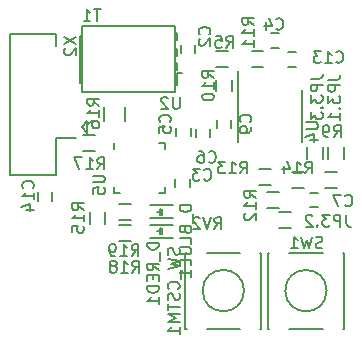
<source format=gbr>
G04 #@! TF.FileFunction,Legend,Bot*
%FSLAX46Y46*%
G04 Gerber Fmt 4.6, Leading zero omitted, Abs format (unit mm)*
G04 Created by KiCad (PCBNEW 4.0.1-2.fc23-product) date Wed 16 Mar 2016 04:27:10 PM CET*
%MOMM*%
G01*
G04 APERTURE LIST*
%ADD10C,0.100000*%
%ADD11C,0.150000*%
G04 APERTURE END LIST*
D10*
D11*
X167700000Y-92075000D02*
X168700000Y-92075000D01*
X168700000Y-90725000D02*
X167700000Y-90725000D01*
X164900000Y-91825000D02*
X165900000Y-91825000D01*
X165900000Y-90475000D02*
X164900000Y-90475000D01*
X159500000Y-80650000D02*
X159500000Y-79950000D01*
X158300000Y-79950000D02*
X158300000Y-80650000D01*
X167350000Y-81800000D02*
X168050000Y-81800000D01*
X168050000Y-80600000D02*
X167350000Y-80600000D01*
X165900000Y-80200000D02*
X166600000Y-80200000D01*
X166600000Y-79000000D02*
X165900000Y-79000000D01*
X169950000Y-92500000D02*
X169250000Y-92500000D01*
X169250000Y-93700000D02*
X169950000Y-93700000D01*
X157850000Y-91300000D02*
X157850000Y-92000000D01*
X159050000Y-92000000D02*
X159050000Y-91300000D01*
X157932228Y-87000000D02*
X157932228Y-87700000D01*
X159132228Y-87700000D02*
X159132228Y-87000000D01*
X160782228Y-87750000D02*
X160782228Y-87050000D01*
X159582228Y-87050000D02*
X159582228Y-87750000D01*
X162532228Y-87000000D02*
X162532228Y-86300000D01*
X161332228Y-86300000D02*
X161332228Y-87000000D01*
X172125000Y-89650000D02*
X172125000Y-88650000D01*
X170775000Y-88650000D02*
X170775000Y-89650000D01*
X166650000Y-95475000D02*
X167650000Y-95475000D01*
X167650000Y-94125000D02*
X166650000Y-94125000D01*
X168975000Y-88650000D02*
X168975000Y-89650000D01*
X170325000Y-89650000D02*
X170325000Y-88650000D01*
X154050000Y-95225000D02*
X153050000Y-95225000D01*
X153050000Y-96575000D02*
X154050000Y-96575000D01*
X154090000Y-93475000D02*
X153090000Y-93475000D01*
X153090000Y-94825000D02*
X154090000Y-94825000D01*
X170500000Y-92075000D02*
X171500000Y-92075000D01*
X171500000Y-90725000D02*
X170500000Y-90725000D01*
X164300000Y-81875000D02*
X165300000Y-81875000D01*
X165300000Y-80525000D02*
X164300000Y-80525000D01*
X153575000Y-86450000D02*
X153575000Y-85250000D01*
X151825000Y-85250000D02*
X151825000Y-86450000D01*
X150050000Y-88975000D02*
X151050000Y-88975000D01*
X151050000Y-87625000D02*
X150050000Y-87625000D01*
X161282228Y-81875000D02*
X162282228Y-81875000D01*
X162282228Y-80525000D02*
X161282228Y-80525000D01*
X161257228Y-82900000D02*
X161257228Y-83900000D01*
X162607228Y-83900000D02*
X162607228Y-82900000D01*
X163650714Y-100775000D02*
G75*
G03X163650714Y-100775000I-1750714J0D01*
G01*
X158675000Y-104000000D02*
X158800000Y-104000000D01*
X165125000Y-104000000D02*
X165000000Y-104000000D01*
X165125000Y-97550000D02*
X165000000Y-97550000D01*
X158800000Y-97550000D02*
X158675000Y-97550000D01*
X160500000Y-104000000D02*
X163300000Y-104000000D01*
X158675000Y-97550000D02*
X158675000Y-104000000D01*
X160500000Y-97550000D02*
X163300000Y-97550000D01*
X165125000Y-97550000D02*
X165125000Y-104000000D01*
X168592228Y-83790000D02*
X168592228Y-88190000D01*
X163142228Y-82215000D02*
X163142228Y-88190000D01*
X152650000Y-92550000D02*
X153175000Y-92550000D01*
X156950000Y-88250000D02*
X156425000Y-88250000D01*
X156950000Y-92550000D02*
X156425000Y-92550000D01*
X152650000Y-88250000D02*
X152650000Y-88775000D01*
X156950000Y-88250000D02*
X156950000Y-88775000D01*
X156950000Y-92550000D02*
X156950000Y-92025000D01*
X152650000Y-92550000D02*
X152650000Y-92025000D01*
X157969040Y-82939220D02*
X157969040Y-82329620D01*
X157969040Y-82329620D02*
X158400840Y-82319460D01*
X149400000Y-87825000D02*
X147700000Y-87825000D01*
X147700000Y-87825000D02*
X147700000Y-91025000D01*
X147700000Y-91025000D02*
X143800000Y-91025000D01*
X143800000Y-91025000D02*
X143800000Y-79075000D01*
X143800000Y-79075000D02*
X147700000Y-79075000D01*
X147700000Y-79075000D02*
X147700000Y-80075000D01*
X149900000Y-86925000D02*
X150400000Y-87425000D01*
X150400000Y-87425000D02*
X150400000Y-86425000D01*
X150400000Y-86425000D02*
X149900000Y-86925000D01*
X170650714Y-100775000D02*
G75*
G03X170650714Y-100775000I-1750714J0D01*
G01*
X172125000Y-97550000D02*
X172000000Y-97550000D01*
X165675000Y-97550000D02*
X165800000Y-97550000D01*
X165675000Y-104000000D02*
X165800000Y-104000000D01*
X172000000Y-104000000D02*
X172125000Y-104000000D01*
X170300000Y-97550000D02*
X167500000Y-97550000D01*
X172125000Y-104000000D02*
X172125000Y-97550000D01*
X170300000Y-104000000D02*
X167500000Y-104000000D01*
X165675000Y-104000000D02*
X165675000Y-97550000D01*
X157600700Y-94650000D02*
X155700700Y-94650000D01*
X157600700Y-93550000D02*
X155700700Y-93550000D01*
X156700700Y-94100000D02*
X156250700Y-94100000D01*
X156750700Y-93850000D02*
X156750700Y-94350000D01*
X156750700Y-94100000D02*
X156500700Y-93850000D01*
X156500700Y-93850000D02*
X156500700Y-94350000D01*
X156500700Y-94350000D02*
X156750700Y-94100000D01*
X157600700Y-96300000D02*
X155700700Y-96300000D01*
X157600700Y-95200000D02*
X155700700Y-95200000D01*
X156700700Y-95750000D02*
X156250700Y-95750000D01*
X156750700Y-95500000D02*
X156750700Y-96000000D01*
X156750700Y-95750000D02*
X156500700Y-95500000D01*
X156500700Y-95500000D02*
X156500700Y-96000000D01*
X156500700Y-96000000D02*
X156750700Y-95750000D01*
X150575000Y-94100000D02*
X150575000Y-95100000D01*
X151925000Y-95100000D02*
X151925000Y-94100000D01*
X165600000Y-93775000D02*
X166600000Y-93775000D01*
X166600000Y-92425000D02*
X165600000Y-92425000D01*
X147400000Y-93150000D02*
X147400000Y-92450000D01*
X146200000Y-92450000D02*
X146200000Y-93150000D01*
X149975000Y-79195000D02*
X149775000Y-79195000D01*
X149775000Y-79195000D02*
X149775000Y-83195000D01*
X149775000Y-83195000D02*
X149975000Y-83195000D01*
X157775000Y-82795000D02*
X157975000Y-82795000D01*
X157975000Y-82795000D02*
X157975000Y-83395000D01*
X157975000Y-83395000D02*
X157775000Y-83395000D01*
X157775000Y-81495000D02*
X157975000Y-81495000D01*
X157975000Y-81495000D02*
X157975000Y-82095000D01*
X157975000Y-82095000D02*
X157775000Y-82095000D01*
X157775000Y-80295000D02*
X157975000Y-80295000D01*
X157975000Y-80295000D02*
X157975000Y-80895000D01*
X157975000Y-80895000D02*
X157775000Y-80895000D01*
X157775000Y-78995000D02*
X157975000Y-78995000D01*
X157975000Y-78995000D02*
X157975000Y-79595000D01*
X157975000Y-79595000D02*
X157775000Y-79595000D01*
X149975000Y-78395000D02*
X149975000Y-83995000D01*
X149975000Y-83995000D02*
X157775000Y-83995000D01*
X157775000Y-83995000D02*
X157775000Y-78395000D01*
X157775000Y-78395000D02*
X149975000Y-78395000D01*
X168842857Y-90852381D02*
X169176191Y-90376190D01*
X169414286Y-90852381D02*
X169414286Y-89852381D01*
X169033333Y-89852381D01*
X168938095Y-89900000D01*
X168890476Y-89947619D01*
X168842857Y-90042857D01*
X168842857Y-90185714D01*
X168890476Y-90280952D01*
X168938095Y-90328571D01*
X169033333Y-90376190D01*
X169414286Y-90376190D01*
X167890476Y-90852381D02*
X168461905Y-90852381D01*
X168176191Y-90852381D02*
X168176191Y-89852381D01*
X168271429Y-89995238D01*
X168366667Y-90090476D01*
X168461905Y-90138095D01*
X167033333Y-90185714D02*
X167033333Y-90852381D01*
X167271429Y-89804762D02*
X167509524Y-90519048D01*
X166890476Y-90519048D01*
X163342857Y-90852381D02*
X163676191Y-90376190D01*
X163914286Y-90852381D02*
X163914286Y-89852381D01*
X163533333Y-89852381D01*
X163438095Y-89900000D01*
X163390476Y-89947619D01*
X163342857Y-90042857D01*
X163342857Y-90185714D01*
X163390476Y-90280952D01*
X163438095Y-90328571D01*
X163533333Y-90376190D01*
X163914286Y-90376190D01*
X162390476Y-90852381D02*
X162961905Y-90852381D01*
X162676191Y-90852381D02*
X162676191Y-89852381D01*
X162771429Y-89995238D01*
X162866667Y-90090476D01*
X162961905Y-90138095D01*
X162057143Y-89852381D02*
X161438095Y-89852381D01*
X161771429Y-90233333D01*
X161628571Y-90233333D01*
X161533333Y-90280952D01*
X161485714Y-90328571D01*
X161438095Y-90423810D01*
X161438095Y-90661905D01*
X161485714Y-90757143D01*
X161533333Y-90804762D01*
X161628571Y-90852381D01*
X161914286Y-90852381D01*
X162009524Y-90804762D01*
X162057143Y-90757143D01*
X160707143Y-79083334D02*
X160754762Y-79035715D01*
X160802381Y-78892858D01*
X160802381Y-78797620D01*
X160754762Y-78654762D01*
X160659524Y-78559524D01*
X160564286Y-78511905D01*
X160373810Y-78464286D01*
X160230952Y-78464286D01*
X160040476Y-78511905D01*
X159945238Y-78559524D01*
X159850000Y-78654762D01*
X159802381Y-78797620D01*
X159802381Y-78892858D01*
X159850000Y-79035715D01*
X159897619Y-79083334D01*
X159897619Y-79464286D02*
X159850000Y-79511905D01*
X159802381Y-79607143D01*
X159802381Y-79845239D01*
X159850000Y-79940477D01*
X159897619Y-79988096D01*
X159992857Y-80035715D01*
X160088095Y-80035715D01*
X160230952Y-79988096D01*
X160802381Y-79416667D01*
X160802381Y-80035715D01*
X171442857Y-81407143D02*
X171490476Y-81454762D01*
X171633333Y-81502381D01*
X171728571Y-81502381D01*
X171871429Y-81454762D01*
X171966667Y-81359524D01*
X172014286Y-81264286D01*
X172061905Y-81073810D01*
X172061905Y-80930952D01*
X172014286Y-80740476D01*
X171966667Y-80645238D01*
X171871429Y-80550000D01*
X171728571Y-80502381D01*
X171633333Y-80502381D01*
X171490476Y-80550000D01*
X171442857Y-80597619D01*
X170490476Y-81502381D02*
X171061905Y-81502381D01*
X170776191Y-81502381D02*
X170776191Y-80502381D01*
X170871429Y-80645238D01*
X170966667Y-80740476D01*
X171061905Y-80788095D01*
X170157143Y-80502381D02*
X169538095Y-80502381D01*
X169871429Y-80883333D01*
X169728571Y-80883333D01*
X169633333Y-80930952D01*
X169585714Y-80978571D01*
X169538095Y-81073810D01*
X169538095Y-81311905D01*
X169585714Y-81407143D01*
X169633333Y-81454762D01*
X169728571Y-81502381D01*
X170014286Y-81502381D01*
X170109524Y-81454762D01*
X170157143Y-81407143D01*
X166366666Y-78607143D02*
X166414285Y-78654762D01*
X166557142Y-78702381D01*
X166652380Y-78702381D01*
X166795238Y-78654762D01*
X166890476Y-78559524D01*
X166938095Y-78464286D01*
X166985714Y-78273810D01*
X166985714Y-78130952D01*
X166938095Y-77940476D01*
X166890476Y-77845238D01*
X166795238Y-77750000D01*
X166652380Y-77702381D01*
X166557142Y-77702381D01*
X166414285Y-77750000D01*
X166366666Y-77797619D01*
X165509523Y-78035714D02*
X165509523Y-78702381D01*
X165747619Y-77654762D02*
X165985714Y-78369048D01*
X165366666Y-78369048D01*
X172216666Y-93557143D02*
X172264285Y-93604762D01*
X172407142Y-93652381D01*
X172502380Y-93652381D01*
X172645238Y-93604762D01*
X172740476Y-93509524D01*
X172788095Y-93414286D01*
X172835714Y-93223810D01*
X172835714Y-93080952D01*
X172788095Y-92890476D01*
X172740476Y-92795238D01*
X172645238Y-92700000D01*
X172502380Y-92652381D01*
X172407142Y-92652381D01*
X172264285Y-92700000D01*
X172216666Y-92747619D01*
X171883333Y-92652381D02*
X171216666Y-92652381D01*
X171645238Y-93652381D01*
X160266666Y-91357143D02*
X160314285Y-91404762D01*
X160457142Y-91452381D01*
X160552380Y-91452381D01*
X160695238Y-91404762D01*
X160790476Y-91309524D01*
X160838095Y-91214286D01*
X160885714Y-91023810D01*
X160885714Y-90880952D01*
X160838095Y-90690476D01*
X160790476Y-90595238D01*
X160695238Y-90500000D01*
X160552380Y-90452381D01*
X160457142Y-90452381D01*
X160314285Y-90500000D01*
X160266666Y-90547619D01*
X159933333Y-90452381D02*
X159314285Y-90452381D01*
X159647619Y-90833333D01*
X159504761Y-90833333D01*
X159409523Y-90880952D01*
X159361904Y-90928571D01*
X159314285Y-91023810D01*
X159314285Y-91261905D01*
X159361904Y-91357143D01*
X159409523Y-91404762D01*
X159504761Y-91452381D01*
X159790476Y-91452381D01*
X159885714Y-91404762D01*
X159933333Y-91357143D01*
X157357143Y-86483334D02*
X157404762Y-86435715D01*
X157452381Y-86292858D01*
X157452381Y-86197620D01*
X157404762Y-86054762D01*
X157309524Y-85959524D01*
X157214286Y-85911905D01*
X157023810Y-85864286D01*
X156880952Y-85864286D01*
X156690476Y-85911905D01*
X156595238Y-85959524D01*
X156500000Y-86054762D01*
X156452381Y-86197620D01*
X156452381Y-86292858D01*
X156500000Y-86435715D01*
X156547619Y-86483334D01*
X156452381Y-87388096D02*
X156452381Y-86911905D01*
X156928571Y-86864286D01*
X156880952Y-86911905D01*
X156833333Y-87007143D01*
X156833333Y-87245239D01*
X156880952Y-87340477D01*
X156928571Y-87388096D01*
X157023810Y-87435715D01*
X157261905Y-87435715D01*
X157357143Y-87388096D01*
X157404762Y-87340477D01*
X157452381Y-87245239D01*
X157452381Y-87007143D01*
X157404762Y-86911905D01*
X157357143Y-86864286D01*
X160666666Y-89857143D02*
X160714285Y-89904762D01*
X160857142Y-89952381D01*
X160952380Y-89952381D01*
X161095238Y-89904762D01*
X161190476Y-89809524D01*
X161238095Y-89714286D01*
X161285714Y-89523810D01*
X161285714Y-89380952D01*
X161238095Y-89190476D01*
X161190476Y-89095238D01*
X161095238Y-89000000D01*
X160952380Y-88952381D01*
X160857142Y-88952381D01*
X160714285Y-89000000D01*
X160666666Y-89047619D01*
X159809523Y-88952381D02*
X160000000Y-88952381D01*
X160095238Y-89000000D01*
X160142857Y-89047619D01*
X160238095Y-89190476D01*
X160285714Y-89380952D01*
X160285714Y-89761905D01*
X160238095Y-89857143D01*
X160190476Y-89904762D01*
X160095238Y-89952381D01*
X159904761Y-89952381D01*
X159809523Y-89904762D01*
X159761904Y-89857143D01*
X159714285Y-89761905D01*
X159714285Y-89523810D01*
X159761904Y-89428571D01*
X159809523Y-89380952D01*
X159904761Y-89333333D01*
X160095238Y-89333333D01*
X160190476Y-89380952D01*
X160238095Y-89428571D01*
X160285714Y-89523810D01*
X164189371Y-86483334D02*
X164236990Y-86435715D01*
X164284609Y-86292858D01*
X164284609Y-86197620D01*
X164236990Y-86054762D01*
X164141752Y-85959524D01*
X164046514Y-85911905D01*
X163856038Y-85864286D01*
X163713180Y-85864286D01*
X163522704Y-85911905D01*
X163427466Y-85959524D01*
X163332228Y-86054762D01*
X163284609Y-86197620D01*
X163284609Y-86292858D01*
X163332228Y-86435715D01*
X163379847Y-86483334D01*
X164284609Y-86959524D02*
X164284609Y-87150000D01*
X164236990Y-87245239D01*
X164189371Y-87292858D01*
X164046514Y-87388096D01*
X163856038Y-87435715D01*
X163475085Y-87435715D01*
X163379847Y-87388096D01*
X163332228Y-87340477D01*
X163284609Y-87245239D01*
X163284609Y-87054762D01*
X163332228Y-86959524D01*
X163379847Y-86911905D01*
X163475085Y-86864286D01*
X163713180Y-86864286D01*
X163808418Y-86911905D01*
X163856038Y-86959524D01*
X163903657Y-87054762D01*
X163903657Y-87245239D01*
X163856038Y-87340477D01*
X163808418Y-87388096D01*
X163713180Y-87435715D01*
X170802381Y-82902382D02*
X171516667Y-82902382D01*
X171659524Y-82854762D01*
X171754762Y-82759524D01*
X171802381Y-82616667D01*
X171802381Y-82521429D01*
X171802381Y-83378572D02*
X170802381Y-83378572D01*
X170802381Y-83759525D01*
X170850000Y-83854763D01*
X170897619Y-83902382D01*
X170992857Y-83950001D01*
X171135714Y-83950001D01*
X171230952Y-83902382D01*
X171278571Y-83854763D01*
X171326190Y-83759525D01*
X171326190Y-83378572D01*
X170802381Y-84283334D02*
X170802381Y-84902382D01*
X171183333Y-84569048D01*
X171183333Y-84711906D01*
X171230952Y-84807144D01*
X171278571Y-84854763D01*
X171373810Y-84902382D01*
X171611905Y-84902382D01*
X171707143Y-84854763D01*
X171754762Y-84807144D01*
X171802381Y-84711906D01*
X171802381Y-84426191D01*
X171754762Y-84330953D01*
X171707143Y-84283334D01*
X171707143Y-85330953D02*
X171754762Y-85378572D01*
X171802381Y-85330953D01*
X171754762Y-85283334D01*
X171707143Y-85330953D01*
X171802381Y-85330953D01*
X171802381Y-86330953D02*
X171802381Y-85759524D01*
X171802381Y-86045238D02*
X170802381Y-86045238D01*
X170945238Y-85950000D01*
X171040476Y-85854762D01*
X171088095Y-85759524D01*
X172297618Y-94352381D02*
X172297618Y-95066667D01*
X172345238Y-95209524D01*
X172440476Y-95304762D01*
X172583333Y-95352381D01*
X172678571Y-95352381D01*
X171821428Y-95352381D02*
X171821428Y-94352381D01*
X171440475Y-94352381D01*
X171345237Y-94400000D01*
X171297618Y-94447619D01*
X171249999Y-94542857D01*
X171249999Y-94685714D01*
X171297618Y-94780952D01*
X171345237Y-94828571D01*
X171440475Y-94876190D01*
X171821428Y-94876190D01*
X170916666Y-94352381D02*
X170297618Y-94352381D01*
X170630952Y-94733333D01*
X170488094Y-94733333D01*
X170392856Y-94780952D01*
X170345237Y-94828571D01*
X170297618Y-94923810D01*
X170297618Y-95161905D01*
X170345237Y-95257143D01*
X170392856Y-95304762D01*
X170488094Y-95352381D01*
X170773809Y-95352381D01*
X170869047Y-95304762D01*
X170916666Y-95257143D01*
X169869047Y-95257143D02*
X169821428Y-95304762D01*
X169869047Y-95352381D01*
X169916666Y-95304762D01*
X169869047Y-95257143D01*
X169869047Y-95352381D01*
X169440476Y-94447619D02*
X169392857Y-94400000D01*
X169297619Y-94352381D01*
X169059523Y-94352381D01*
X168964285Y-94400000D01*
X168916666Y-94447619D01*
X168869047Y-94542857D01*
X168869047Y-94638095D01*
X168916666Y-94780952D01*
X169488095Y-95352381D01*
X168869047Y-95352381D01*
X169302381Y-82852382D02*
X170016667Y-82852382D01*
X170159524Y-82804762D01*
X170254762Y-82709524D01*
X170302381Y-82566667D01*
X170302381Y-82471429D01*
X170302381Y-83328572D02*
X169302381Y-83328572D01*
X169302381Y-83709525D01*
X169350000Y-83804763D01*
X169397619Y-83852382D01*
X169492857Y-83900001D01*
X169635714Y-83900001D01*
X169730952Y-83852382D01*
X169778571Y-83804763D01*
X169826190Y-83709525D01*
X169826190Y-83328572D01*
X169302381Y-84233334D02*
X169302381Y-84852382D01*
X169683333Y-84519048D01*
X169683333Y-84661906D01*
X169730952Y-84757144D01*
X169778571Y-84804763D01*
X169873810Y-84852382D01*
X170111905Y-84852382D01*
X170207143Y-84804763D01*
X170254762Y-84757144D01*
X170302381Y-84661906D01*
X170302381Y-84376191D01*
X170254762Y-84280953D01*
X170207143Y-84233334D01*
X170207143Y-85280953D02*
X170254762Y-85328572D01*
X170302381Y-85280953D01*
X170254762Y-85233334D01*
X170207143Y-85280953D01*
X170302381Y-85280953D01*
X169302381Y-85661905D02*
X169302381Y-86280953D01*
X169683333Y-85947619D01*
X169683333Y-86090477D01*
X169730952Y-86185715D01*
X169778571Y-86233334D01*
X169873810Y-86280953D01*
X170111905Y-86280953D01*
X170207143Y-86233334D01*
X170254762Y-86185715D01*
X170302381Y-86090477D01*
X170302381Y-85804762D01*
X170254762Y-85709524D01*
X170207143Y-85661905D01*
X154192857Y-99252381D02*
X154526191Y-98776190D01*
X154764286Y-99252381D02*
X154764286Y-98252381D01*
X154383333Y-98252381D01*
X154288095Y-98300000D01*
X154240476Y-98347619D01*
X154192857Y-98442857D01*
X154192857Y-98585714D01*
X154240476Y-98680952D01*
X154288095Y-98728571D01*
X154383333Y-98776190D01*
X154764286Y-98776190D01*
X153240476Y-99252381D02*
X153811905Y-99252381D01*
X153526191Y-99252381D02*
X153526191Y-98252381D01*
X153621429Y-98395238D01*
X153716667Y-98490476D01*
X153811905Y-98538095D01*
X152669048Y-98680952D02*
X152764286Y-98633333D01*
X152811905Y-98585714D01*
X152859524Y-98490476D01*
X152859524Y-98442857D01*
X152811905Y-98347619D01*
X152764286Y-98300000D01*
X152669048Y-98252381D01*
X152478571Y-98252381D01*
X152383333Y-98300000D01*
X152335714Y-98347619D01*
X152288095Y-98442857D01*
X152288095Y-98490476D01*
X152335714Y-98585714D01*
X152383333Y-98633333D01*
X152478571Y-98680952D01*
X152669048Y-98680952D01*
X152764286Y-98728571D01*
X152811905Y-98776190D01*
X152859524Y-98871429D01*
X152859524Y-99061905D01*
X152811905Y-99157143D01*
X152764286Y-99204762D01*
X152669048Y-99252381D01*
X152478571Y-99252381D01*
X152383333Y-99204762D01*
X152335714Y-99157143D01*
X152288095Y-99061905D01*
X152288095Y-98871429D01*
X152335714Y-98776190D01*
X152383333Y-98728571D01*
X152478571Y-98680952D01*
X154142857Y-97852381D02*
X154476191Y-97376190D01*
X154714286Y-97852381D02*
X154714286Y-96852381D01*
X154333333Y-96852381D01*
X154238095Y-96900000D01*
X154190476Y-96947619D01*
X154142857Y-97042857D01*
X154142857Y-97185714D01*
X154190476Y-97280952D01*
X154238095Y-97328571D01*
X154333333Y-97376190D01*
X154714286Y-97376190D01*
X153190476Y-97852381D02*
X153761905Y-97852381D01*
X153476191Y-97852381D02*
X153476191Y-96852381D01*
X153571429Y-96995238D01*
X153666667Y-97090476D01*
X153761905Y-97138095D01*
X152714286Y-97852381D02*
X152523810Y-97852381D01*
X152428571Y-97804762D01*
X152380952Y-97757143D01*
X152285714Y-97614286D01*
X152238095Y-97423810D01*
X152238095Y-97042857D01*
X152285714Y-96947619D01*
X152333333Y-96900000D01*
X152428571Y-96852381D01*
X152619048Y-96852381D01*
X152714286Y-96900000D01*
X152761905Y-96947619D01*
X152809524Y-97042857D01*
X152809524Y-97280952D01*
X152761905Y-97376190D01*
X152714286Y-97423810D01*
X152619048Y-97471429D01*
X152428571Y-97471429D01*
X152333333Y-97423810D01*
X152285714Y-97376190D01*
X152238095Y-97280952D01*
X171266666Y-87752381D02*
X171600000Y-87276190D01*
X171838095Y-87752381D02*
X171838095Y-86752381D01*
X171457142Y-86752381D01*
X171361904Y-86800000D01*
X171314285Y-86847619D01*
X171266666Y-86942857D01*
X171266666Y-87085714D01*
X171314285Y-87180952D01*
X171361904Y-87228571D01*
X171457142Y-87276190D01*
X171838095Y-87276190D01*
X170790476Y-87752381D02*
X170600000Y-87752381D01*
X170504761Y-87704762D01*
X170457142Y-87657143D01*
X170361904Y-87514286D01*
X170314285Y-87323810D01*
X170314285Y-86942857D01*
X170361904Y-86847619D01*
X170409523Y-86800000D01*
X170504761Y-86752381D01*
X170695238Y-86752381D01*
X170790476Y-86800000D01*
X170838095Y-86847619D01*
X170885714Y-86942857D01*
X170885714Y-87180952D01*
X170838095Y-87276190D01*
X170790476Y-87323810D01*
X170695238Y-87371429D01*
X170504761Y-87371429D01*
X170409523Y-87323810D01*
X170361904Y-87276190D01*
X170314285Y-87180952D01*
X164502381Y-78257143D02*
X164026190Y-77923809D01*
X164502381Y-77685714D02*
X163502381Y-77685714D01*
X163502381Y-78066667D01*
X163550000Y-78161905D01*
X163597619Y-78209524D01*
X163692857Y-78257143D01*
X163835714Y-78257143D01*
X163930952Y-78209524D01*
X163978571Y-78161905D01*
X164026190Y-78066667D01*
X164026190Y-77685714D01*
X164502381Y-79209524D02*
X164502381Y-78638095D01*
X164502381Y-78923809D02*
X163502381Y-78923809D01*
X163645238Y-78828571D01*
X163740476Y-78733333D01*
X163788095Y-78638095D01*
X164502381Y-80161905D02*
X164502381Y-79590476D01*
X164502381Y-79876190D02*
X163502381Y-79876190D01*
X163645238Y-79780952D01*
X163740476Y-79685714D01*
X163788095Y-79590476D01*
X151402381Y-85107143D02*
X150926190Y-84773809D01*
X151402381Y-84535714D02*
X150402381Y-84535714D01*
X150402381Y-84916667D01*
X150450000Y-85011905D01*
X150497619Y-85059524D01*
X150592857Y-85107143D01*
X150735714Y-85107143D01*
X150830952Y-85059524D01*
X150878571Y-85011905D01*
X150926190Y-84916667D01*
X150926190Y-84535714D01*
X151402381Y-86059524D02*
X151402381Y-85488095D01*
X151402381Y-85773809D02*
X150402381Y-85773809D01*
X150545238Y-85678571D01*
X150640476Y-85583333D01*
X150688095Y-85488095D01*
X150402381Y-86916667D02*
X150402381Y-86726190D01*
X150450000Y-86630952D01*
X150497619Y-86583333D01*
X150640476Y-86488095D01*
X150830952Y-86440476D01*
X151211905Y-86440476D01*
X151307143Y-86488095D01*
X151354762Y-86535714D01*
X151402381Y-86630952D01*
X151402381Y-86821429D01*
X151354762Y-86916667D01*
X151307143Y-86964286D01*
X151211905Y-87011905D01*
X150973810Y-87011905D01*
X150878571Y-86964286D01*
X150830952Y-86916667D01*
X150783333Y-86821429D01*
X150783333Y-86630952D01*
X150830952Y-86535714D01*
X150878571Y-86488095D01*
X150973810Y-86440476D01*
X151242857Y-90502381D02*
X151576191Y-90026190D01*
X151814286Y-90502381D02*
X151814286Y-89502381D01*
X151433333Y-89502381D01*
X151338095Y-89550000D01*
X151290476Y-89597619D01*
X151242857Y-89692857D01*
X151242857Y-89835714D01*
X151290476Y-89930952D01*
X151338095Y-89978571D01*
X151433333Y-90026190D01*
X151814286Y-90026190D01*
X150290476Y-90502381D02*
X150861905Y-90502381D01*
X150576191Y-90502381D02*
X150576191Y-89502381D01*
X150671429Y-89645238D01*
X150766667Y-89740476D01*
X150861905Y-89788095D01*
X149957143Y-89502381D02*
X149290476Y-89502381D01*
X149719048Y-90502381D01*
X162166666Y-80202381D02*
X162500000Y-79726190D01*
X162738095Y-80202381D02*
X162738095Y-79202381D01*
X162357142Y-79202381D01*
X162261904Y-79250000D01*
X162214285Y-79297619D01*
X162166666Y-79392857D01*
X162166666Y-79535714D01*
X162214285Y-79630952D01*
X162261904Y-79678571D01*
X162357142Y-79726190D01*
X162738095Y-79726190D01*
X161261904Y-79202381D02*
X161738095Y-79202381D01*
X161785714Y-79678571D01*
X161738095Y-79630952D01*
X161642857Y-79583333D01*
X161404761Y-79583333D01*
X161309523Y-79630952D01*
X161261904Y-79678571D01*
X161214285Y-79773810D01*
X161214285Y-80011905D01*
X161261904Y-80107143D01*
X161309523Y-80154762D01*
X161404761Y-80202381D01*
X161642857Y-80202381D01*
X161738095Y-80154762D01*
X161785714Y-80107143D01*
X161102381Y-82757143D02*
X160626190Y-82423809D01*
X161102381Y-82185714D02*
X160102381Y-82185714D01*
X160102381Y-82566667D01*
X160150000Y-82661905D01*
X160197619Y-82709524D01*
X160292857Y-82757143D01*
X160435714Y-82757143D01*
X160530952Y-82709524D01*
X160578571Y-82661905D01*
X160626190Y-82566667D01*
X160626190Y-82185714D01*
X161102381Y-83709524D02*
X161102381Y-83138095D01*
X161102381Y-83423809D02*
X160102381Y-83423809D01*
X160245238Y-83328571D01*
X160340476Y-83233333D01*
X160388095Y-83138095D01*
X160102381Y-84328571D02*
X160102381Y-84423810D01*
X160150000Y-84519048D01*
X160197619Y-84566667D01*
X160292857Y-84614286D01*
X160483333Y-84661905D01*
X160721429Y-84661905D01*
X160911905Y-84614286D01*
X161007143Y-84566667D01*
X161054762Y-84519048D01*
X161102381Y-84423810D01*
X161102381Y-84328571D01*
X161054762Y-84233333D01*
X161007143Y-84185714D01*
X160911905Y-84138095D01*
X160721429Y-84090476D01*
X160483333Y-84090476D01*
X160292857Y-84138095D01*
X160197619Y-84185714D01*
X160150000Y-84233333D01*
X160102381Y-84328571D01*
X161145238Y-95552381D02*
X161478572Y-95076190D01*
X161716667Y-95552381D02*
X161716667Y-94552381D01*
X161335714Y-94552381D01*
X161240476Y-94600000D01*
X161192857Y-94647619D01*
X161145238Y-94742857D01*
X161145238Y-94885714D01*
X161192857Y-94980952D01*
X161240476Y-95028571D01*
X161335714Y-95076190D01*
X161716667Y-95076190D01*
X160859524Y-94552381D02*
X160526191Y-95552381D01*
X160192857Y-94552381D01*
X159907143Y-94647619D02*
X159859524Y-94600000D01*
X159764286Y-94552381D01*
X159526190Y-94552381D01*
X159430952Y-94600000D01*
X159383333Y-94647619D01*
X159335714Y-94742857D01*
X159335714Y-94838095D01*
X159383333Y-94980952D01*
X159954762Y-95552381D01*
X159335714Y-95552381D01*
X158154762Y-97157143D02*
X158202381Y-97300000D01*
X158202381Y-97538096D01*
X158154762Y-97633334D01*
X158107143Y-97680953D01*
X158011905Y-97728572D01*
X157916667Y-97728572D01*
X157821429Y-97680953D01*
X157773810Y-97633334D01*
X157726190Y-97538096D01*
X157678571Y-97347619D01*
X157630952Y-97252381D01*
X157583333Y-97204762D01*
X157488095Y-97157143D01*
X157392857Y-97157143D01*
X157297619Y-97204762D01*
X157250000Y-97252381D01*
X157202381Y-97347619D01*
X157202381Y-97585715D01*
X157250000Y-97728572D01*
X157202381Y-98061905D02*
X158202381Y-98300000D01*
X157488095Y-98490477D01*
X158202381Y-98680953D01*
X157202381Y-98919048D01*
X158297619Y-99061905D02*
X158297619Y-99823810D01*
X158107143Y-100633334D02*
X158154762Y-100585715D01*
X158202381Y-100442858D01*
X158202381Y-100347620D01*
X158154762Y-100204762D01*
X158059524Y-100109524D01*
X157964286Y-100061905D01*
X157773810Y-100014286D01*
X157630952Y-100014286D01*
X157440476Y-100061905D01*
X157345238Y-100109524D01*
X157250000Y-100204762D01*
X157202381Y-100347620D01*
X157202381Y-100442858D01*
X157250000Y-100585715D01*
X157297619Y-100633334D01*
X158154762Y-101014286D02*
X158202381Y-101157143D01*
X158202381Y-101395239D01*
X158154762Y-101490477D01*
X158107143Y-101538096D01*
X158011905Y-101585715D01*
X157916667Y-101585715D01*
X157821429Y-101538096D01*
X157773810Y-101490477D01*
X157726190Y-101395239D01*
X157678571Y-101204762D01*
X157630952Y-101109524D01*
X157583333Y-101061905D01*
X157488095Y-101014286D01*
X157392857Y-101014286D01*
X157297619Y-101061905D01*
X157250000Y-101109524D01*
X157202381Y-101204762D01*
X157202381Y-101442858D01*
X157250000Y-101585715D01*
X157202381Y-101871429D02*
X157202381Y-102442858D01*
X158202381Y-102157143D02*
X157202381Y-102157143D01*
X158202381Y-102776191D02*
X157202381Y-102776191D01*
X157916667Y-103109525D01*
X157202381Y-103442858D01*
X158202381Y-103442858D01*
X158202381Y-104442858D02*
X158202381Y-103871429D01*
X158202381Y-104157143D02*
X157202381Y-104157143D01*
X157345238Y-104061905D01*
X157440476Y-103966667D01*
X157488095Y-103871429D01*
X168902381Y-86538095D02*
X169711905Y-86538095D01*
X169807143Y-86585714D01*
X169854762Y-86633333D01*
X169902381Y-86728571D01*
X169902381Y-86919048D01*
X169854762Y-87014286D01*
X169807143Y-87061905D01*
X169711905Y-87109524D01*
X168902381Y-87109524D01*
X169235714Y-88014286D02*
X169902381Y-88014286D01*
X168854762Y-87776190D02*
X169569048Y-87538095D01*
X169569048Y-88157143D01*
X150877381Y-91038095D02*
X151686905Y-91038095D01*
X151782143Y-91085714D01*
X151829762Y-91133333D01*
X151877381Y-91228571D01*
X151877381Y-91419048D01*
X151829762Y-91514286D01*
X151782143Y-91561905D01*
X151686905Y-91609524D01*
X150877381Y-91609524D01*
X150877381Y-92561905D02*
X150877381Y-92085714D01*
X151353571Y-92038095D01*
X151305952Y-92085714D01*
X151258333Y-92180952D01*
X151258333Y-92419048D01*
X151305952Y-92514286D01*
X151353571Y-92561905D01*
X151448810Y-92609524D01*
X151686905Y-92609524D01*
X151782143Y-92561905D01*
X151829762Y-92514286D01*
X151877381Y-92419048D01*
X151877381Y-92180952D01*
X151829762Y-92085714D01*
X151782143Y-92038095D01*
X158211905Y-84402381D02*
X158211905Y-85211905D01*
X158164286Y-85307143D01*
X158116667Y-85354762D01*
X158021429Y-85402381D01*
X157830952Y-85402381D01*
X157735714Y-85354762D01*
X157688095Y-85307143D01*
X157640476Y-85211905D01*
X157640476Y-84402381D01*
X157211905Y-84497619D02*
X157164286Y-84450000D01*
X157069048Y-84402381D01*
X156830952Y-84402381D01*
X156735714Y-84450000D01*
X156688095Y-84497619D01*
X156640476Y-84592857D01*
X156640476Y-84688095D01*
X156688095Y-84830952D01*
X157259524Y-85402381D01*
X156640476Y-85402381D01*
X148452381Y-79265476D02*
X149452381Y-79932143D01*
X148452381Y-79932143D02*
X149452381Y-79265476D01*
X148547619Y-80265476D02*
X148500000Y-80313095D01*
X148452381Y-80408333D01*
X148452381Y-80646429D01*
X148500000Y-80741667D01*
X148547619Y-80789286D01*
X148642857Y-80836905D01*
X148738095Y-80836905D01*
X148880952Y-80789286D01*
X149452381Y-80217857D01*
X149452381Y-80836905D01*
X170283333Y-97154762D02*
X170140476Y-97202381D01*
X169902380Y-97202381D01*
X169807142Y-97154762D01*
X169759523Y-97107143D01*
X169711904Y-97011905D01*
X169711904Y-96916667D01*
X169759523Y-96821429D01*
X169807142Y-96773810D01*
X169902380Y-96726190D01*
X170092857Y-96678571D01*
X170188095Y-96630952D01*
X170235714Y-96583333D01*
X170283333Y-96488095D01*
X170283333Y-96392857D01*
X170235714Y-96297619D01*
X170188095Y-96250000D01*
X170092857Y-96202381D01*
X169854761Y-96202381D01*
X169711904Y-96250000D01*
X169378571Y-96202381D02*
X169140476Y-97202381D01*
X168949999Y-96488095D01*
X168759523Y-97202381D01*
X168521428Y-96202381D01*
X167616666Y-97202381D02*
X168188095Y-97202381D01*
X167902381Y-97202381D02*
X167902381Y-96202381D01*
X167997619Y-96345238D01*
X168092857Y-96440476D01*
X168188095Y-96488095D01*
X159202381Y-93550000D02*
X158202381Y-93550000D01*
X158202381Y-93788095D01*
X158250000Y-93930953D01*
X158345238Y-94026191D01*
X158440476Y-94073810D01*
X158630952Y-94121429D01*
X158773810Y-94121429D01*
X158964286Y-94073810D01*
X159059524Y-94026191D01*
X159154762Y-93930953D01*
X159202381Y-93788095D01*
X159202381Y-93550000D01*
X159297619Y-94311905D02*
X159297619Y-95073810D01*
X158678571Y-95645239D02*
X158726190Y-95788096D01*
X158773810Y-95835715D01*
X158869048Y-95883334D01*
X159011905Y-95883334D01*
X159107143Y-95835715D01*
X159154762Y-95788096D01*
X159202381Y-95692858D01*
X159202381Y-95311905D01*
X158202381Y-95311905D01*
X158202381Y-95645239D01*
X158250000Y-95740477D01*
X158297619Y-95788096D01*
X158392857Y-95835715D01*
X158488095Y-95835715D01*
X158583333Y-95788096D01*
X158630952Y-95740477D01*
X158678571Y-95645239D01*
X158678571Y-95311905D01*
X159202381Y-96788096D02*
X159202381Y-96311905D01*
X158202381Y-96311905D01*
X158202381Y-97121429D02*
X159011905Y-97121429D01*
X159107143Y-97169048D01*
X159154762Y-97216667D01*
X159202381Y-97311905D01*
X159202381Y-97502382D01*
X159154762Y-97597620D01*
X159107143Y-97645239D01*
X159011905Y-97692858D01*
X158202381Y-97692858D01*
X158678571Y-98169048D02*
X158678571Y-98502382D01*
X159202381Y-98645239D02*
X159202381Y-98169048D01*
X158202381Y-98169048D01*
X158202381Y-98645239D01*
X159202381Y-99597620D02*
X159202381Y-99026191D01*
X159202381Y-99311905D02*
X158202381Y-99311905D01*
X158345238Y-99216667D01*
X158440476Y-99121429D01*
X158488095Y-99026191D01*
X156452381Y-96728571D02*
X155452381Y-96728571D01*
X155452381Y-96966666D01*
X155500000Y-97109524D01*
X155595238Y-97204762D01*
X155690476Y-97252381D01*
X155880952Y-97300000D01*
X156023810Y-97300000D01*
X156214286Y-97252381D01*
X156309524Y-97204762D01*
X156404762Y-97109524D01*
X156452381Y-96966666D01*
X156452381Y-96728571D01*
X156547619Y-97490476D02*
X156547619Y-98252381D01*
X156452381Y-99061905D02*
X155976190Y-98728571D01*
X156452381Y-98490476D02*
X155452381Y-98490476D01*
X155452381Y-98871429D01*
X155500000Y-98966667D01*
X155547619Y-99014286D01*
X155642857Y-99061905D01*
X155785714Y-99061905D01*
X155880952Y-99014286D01*
X155928571Y-98966667D01*
X155976190Y-98871429D01*
X155976190Y-98490476D01*
X155928571Y-99490476D02*
X155928571Y-99823810D01*
X156452381Y-99966667D02*
X156452381Y-99490476D01*
X155452381Y-99490476D01*
X155452381Y-99966667D01*
X156452381Y-100395238D02*
X155452381Y-100395238D01*
X155452381Y-100633333D01*
X155500000Y-100776191D01*
X155595238Y-100871429D01*
X155690476Y-100919048D01*
X155880952Y-100966667D01*
X156023810Y-100966667D01*
X156214286Y-100919048D01*
X156309524Y-100871429D01*
X156404762Y-100776191D01*
X156452381Y-100633333D01*
X156452381Y-100395238D01*
X156452381Y-101919048D02*
X156452381Y-101347619D01*
X156452381Y-101633333D02*
X155452381Y-101633333D01*
X155595238Y-101538095D01*
X155690476Y-101442857D01*
X155738095Y-101347619D01*
X150102381Y-93957143D02*
X149626190Y-93623809D01*
X150102381Y-93385714D02*
X149102381Y-93385714D01*
X149102381Y-93766667D01*
X149150000Y-93861905D01*
X149197619Y-93909524D01*
X149292857Y-93957143D01*
X149435714Y-93957143D01*
X149530952Y-93909524D01*
X149578571Y-93861905D01*
X149626190Y-93766667D01*
X149626190Y-93385714D01*
X150102381Y-94909524D02*
X150102381Y-94338095D01*
X150102381Y-94623809D02*
X149102381Y-94623809D01*
X149245238Y-94528571D01*
X149340476Y-94433333D01*
X149388095Y-94338095D01*
X149102381Y-95814286D02*
X149102381Y-95338095D01*
X149578571Y-95290476D01*
X149530952Y-95338095D01*
X149483333Y-95433333D01*
X149483333Y-95671429D01*
X149530952Y-95766667D01*
X149578571Y-95814286D01*
X149673810Y-95861905D01*
X149911905Y-95861905D01*
X150007143Y-95814286D01*
X150054762Y-95766667D01*
X150102381Y-95671429D01*
X150102381Y-95433333D01*
X150054762Y-95338095D01*
X150007143Y-95290476D01*
X164652381Y-92907143D02*
X164176190Y-92573809D01*
X164652381Y-92335714D02*
X163652381Y-92335714D01*
X163652381Y-92716667D01*
X163700000Y-92811905D01*
X163747619Y-92859524D01*
X163842857Y-92907143D01*
X163985714Y-92907143D01*
X164080952Y-92859524D01*
X164128571Y-92811905D01*
X164176190Y-92716667D01*
X164176190Y-92335714D01*
X164652381Y-93859524D02*
X164652381Y-93288095D01*
X164652381Y-93573809D02*
X163652381Y-93573809D01*
X163795238Y-93478571D01*
X163890476Y-93383333D01*
X163938095Y-93288095D01*
X163747619Y-94240476D02*
X163700000Y-94288095D01*
X163652381Y-94383333D01*
X163652381Y-94621429D01*
X163700000Y-94716667D01*
X163747619Y-94764286D01*
X163842857Y-94811905D01*
X163938095Y-94811905D01*
X164080952Y-94764286D01*
X164652381Y-94192857D01*
X164652381Y-94811905D01*
X145757143Y-92107143D02*
X145804762Y-92059524D01*
X145852381Y-91916667D01*
X145852381Y-91821429D01*
X145804762Y-91678571D01*
X145709524Y-91583333D01*
X145614286Y-91535714D01*
X145423810Y-91488095D01*
X145280952Y-91488095D01*
X145090476Y-91535714D01*
X144995238Y-91583333D01*
X144900000Y-91678571D01*
X144852381Y-91821429D01*
X144852381Y-91916667D01*
X144900000Y-92059524D01*
X144947619Y-92107143D01*
X145852381Y-93059524D02*
X145852381Y-92488095D01*
X145852381Y-92773809D02*
X144852381Y-92773809D01*
X144995238Y-92678571D01*
X145090476Y-92583333D01*
X145138095Y-92488095D01*
X145185714Y-93916667D02*
X145852381Y-93916667D01*
X144804762Y-93678571D02*
X145519048Y-93440476D01*
X145519048Y-94059524D01*
X151511905Y-76952381D02*
X150940476Y-76952381D01*
X151226191Y-77952381D02*
X151226191Y-76952381D01*
X150083333Y-77952381D02*
X150654762Y-77952381D01*
X150369048Y-77952381D02*
X150369048Y-76952381D01*
X150464286Y-77095238D01*
X150559524Y-77190476D01*
X150654762Y-77238095D01*
M02*

</source>
